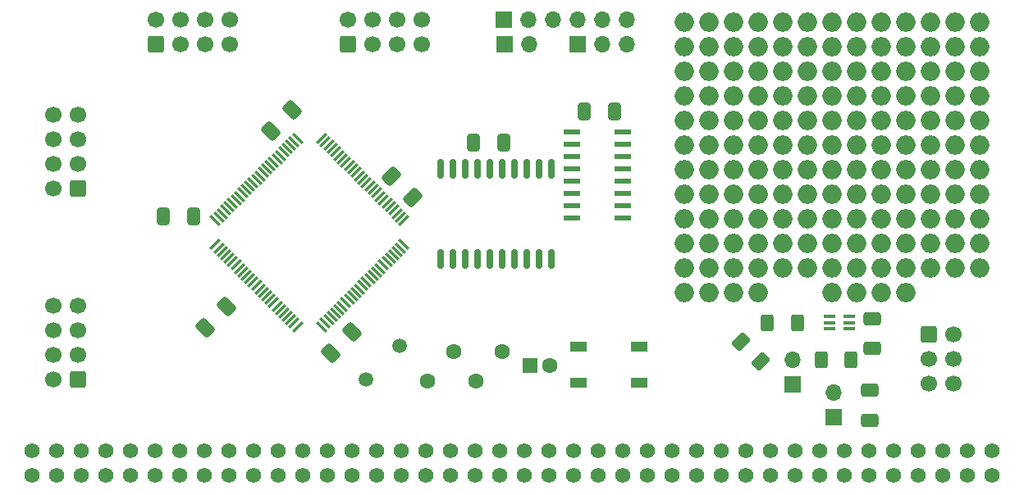
<source format=gbr>
%TF.GenerationSoftware,KiCad,Pcbnew,6.0.2+dfsg-1*%
%TF.CreationDate,2024-03-03T12:29:16-06:00*%
%TF.ProjectId,rc-duino,72632d64-7569-46e6-9f2e-6b696361645f,rev?*%
%TF.SameCoordinates,Original*%
%TF.FileFunction,Soldermask,Top*%
%TF.FilePolarity,Negative*%
%FSLAX46Y46*%
G04 Gerber Fmt 4.6, Leading zero omitted, Abs format (unit mm)*
G04 Created by KiCad (PCBNEW 6.0.2+dfsg-1) date 2024-03-03 12:29:16*
%MOMM*%
%LPD*%
G01*
G04 APERTURE LIST*
G04 Aperture macros list*
%AMRoundRect*
0 Rectangle with rounded corners*
0 $1 Rounding radius*
0 $2 $3 $4 $5 $6 $7 $8 $9 X,Y pos of 4 corners*
0 Add a 4 corners polygon primitive as box body*
4,1,4,$2,$3,$4,$5,$6,$7,$8,$9,$2,$3,0*
0 Add four circle primitives for the rounded corners*
1,1,$1+$1,$2,$3*
1,1,$1+$1,$4,$5*
1,1,$1+$1,$6,$7*
1,1,$1+$1,$8,$9*
0 Add four rect primitives between the rounded corners*
20,1,$1+$1,$2,$3,$4,$5,0*
20,1,$1+$1,$4,$5,$6,$7,0*
20,1,$1+$1,$6,$7,$8,$9,0*
20,1,$1+$1,$8,$9,$2,$3,0*%
%AMRotRect*
0 Rectangle, with rotation*
0 The origin of the aperture is its center*
0 $1 length*
0 $2 width*
0 $3 Rotation angle, in degrees counterclockwise*
0 Add horizontal line*
21,1,$1,$2,0,0,$3*%
G04 Aperture macros list end*
%ADD10R,1.700000X1.700000*%
%ADD11O,1.700000X1.700000*%
%ADD12RoundRect,0.250000X-0.600000X-0.600000X0.600000X-0.600000X0.600000X0.600000X-0.600000X0.600000X0*%
%ADD13C,1.700000*%
%ADD14RoundRect,0.250000X0.600000X-0.600000X0.600000X0.600000X-0.600000X0.600000X-0.600000X-0.600000X0*%
%ADD15RoundRect,0.150000X0.150000X-0.875000X0.150000X0.875000X-0.150000X0.875000X-0.150000X-0.875000X0*%
%ADD16RoundRect,0.250000X-0.412500X-0.650000X0.412500X-0.650000X0.412500X0.650000X-0.412500X0.650000X0*%
%ADD17RotRect,0.279400X1.435100X135.000000*%
%ADD18RotRect,0.279400X1.435100X45.000000*%
%ADD19RoundRect,0.250000X-0.167938X0.751301X-0.751301X0.167938X0.167938X-0.751301X0.751301X-0.167938X0*%
%ADD20RoundRect,0.250000X-0.650000X0.412500X-0.650000X-0.412500X0.650000X-0.412500X0.650000X0.412500X0*%
%ADD21R,1.700000X1.000000*%
%ADD22C,1.600000*%
%ADD23O,2.000000X2.000000*%
%ADD24RoundRect,0.250000X-0.751301X-0.167938X-0.167938X-0.751301X0.751301X0.167938X0.167938X0.751301X0*%
%ADD25R,1.701800X0.533400*%
%ADD26C,1.500000*%
%ADD27RoundRect,0.250000X-0.400000X-0.625000X0.400000X-0.625000X0.400000X0.625000X-0.400000X0.625000X0*%
%ADD28RoundRect,0.250000X0.400000X0.625000X-0.400000X0.625000X-0.400000X-0.625000X0.400000X-0.625000X0*%
%ADD29RoundRect,0.250000X0.707107X0.176777X0.176777X0.707107X-0.707107X-0.176777X-0.176777X-0.707107X0*%
%ADD30C,1.574800*%
%ADD31RoundRect,0.250000X0.600000X0.600000X-0.600000X0.600000X-0.600000X-0.600000X0.600000X-0.600000X0*%
%ADD32R,1.600000X1.600000*%
%ADD33RoundRect,0.250000X0.167938X-0.751301X0.751301X-0.167938X-0.167938X0.751301X-0.751301X0.167938X0*%
%ADD34RoundRect,0.250000X0.412500X0.650000X-0.412500X0.650000X-0.412500X-0.650000X0.412500X-0.650000X0*%
%ADD35R,1.168400X0.355600*%
G04 APERTURE END LIST*
D10*
%TO.C,J2*%
X108686600Y-40594006D03*
D11*
X111226600Y-40594006D03*
X113766600Y-40594006D03*
X116306600Y-40594006D03*
X118846600Y-40594006D03*
X121386600Y-40594006D03*
%TD*%
D12*
%TO.C,J8*%
X152564188Y-73106006D03*
D13*
X155104188Y-73106006D03*
X152564188Y-75646006D03*
X155104188Y-75646006D03*
X152564188Y-78186006D03*
X155104188Y-78186006D03*
%TD*%
D14*
%TO.C,J5*%
X72808188Y-43134006D03*
D13*
X72808188Y-40594006D03*
X75348188Y-43134006D03*
X75348188Y-40594006D03*
X77888188Y-43134006D03*
X77888188Y-40594006D03*
X80428188Y-43134006D03*
X80428188Y-40594006D03*
%TD*%
D15*
%TO.C,U5*%
X102158800Y-65318506D03*
X103428800Y-65318506D03*
X104698800Y-65318506D03*
X105968800Y-65318506D03*
X107238800Y-65318506D03*
X108508800Y-65318506D03*
X109778800Y-65318506D03*
X111048800Y-65318506D03*
X112318800Y-65318506D03*
X113588800Y-65318506D03*
X113588800Y-56018506D03*
X112318800Y-56018506D03*
X111048800Y-56018506D03*
X109778800Y-56018506D03*
X108508800Y-56018506D03*
X107238800Y-56018506D03*
X105968800Y-56018506D03*
X104698800Y-56018506D03*
X103428800Y-56018506D03*
X102158800Y-56018506D03*
%TD*%
D16*
%TO.C,C13*%
X105510800Y-53263800D03*
X108635800Y-53263800D03*
%TD*%
D17*
%TO.C,U2*%
X78913720Y-63796891D03*
X79267275Y-64150446D03*
X79620827Y-64503999D03*
X79974380Y-64857551D03*
X80327934Y-65211105D03*
X80681487Y-65564658D03*
X81035042Y-65918213D03*
X81388594Y-66271766D03*
X81742147Y-66625318D03*
X82095701Y-66978872D03*
X82449254Y-67332425D03*
X82802807Y-67685978D03*
X83156361Y-68039533D03*
X83509914Y-68393085D03*
X83863469Y-68746640D03*
X84217022Y-69100193D03*
X84570574Y-69453745D03*
X84924128Y-69807300D03*
X85277681Y-70160852D03*
X85631236Y-70514407D03*
X85984789Y-70867960D03*
X86338341Y-71221512D03*
X86691895Y-71575067D03*
X87045448Y-71928619D03*
X87399003Y-72282174D03*
D18*
X89896573Y-72282174D03*
X90250128Y-71928619D03*
X90603681Y-71575067D03*
X90957233Y-71221514D03*
X91310787Y-70867960D03*
X91664340Y-70514407D03*
X92017895Y-70160852D03*
X92371448Y-69807300D03*
X92725000Y-69453747D03*
X93078554Y-69100193D03*
X93432107Y-68746640D03*
X93785662Y-68393085D03*
X94139215Y-68039533D03*
X94492767Y-67685980D03*
X94846322Y-67332425D03*
X95199875Y-66978872D03*
X95553429Y-66625318D03*
X95906982Y-66271766D03*
X96260534Y-65918213D03*
X96614089Y-65564658D03*
X96967642Y-65211105D03*
X97321196Y-64857551D03*
X97674749Y-64503999D03*
X98028301Y-64150446D03*
X98381856Y-63796891D03*
D17*
X98381856Y-61299321D03*
X98028301Y-60945766D03*
X97674749Y-60592213D03*
X97321196Y-60238661D03*
X96967642Y-59885107D03*
X96614089Y-59531554D03*
X96260534Y-59177999D03*
X95906982Y-58824446D03*
X95553429Y-58470894D03*
X95199875Y-58117340D03*
X94846322Y-57763787D03*
X94492767Y-57410232D03*
X94139215Y-57056679D03*
X93785662Y-56703127D03*
X93432107Y-56349572D03*
X93078554Y-55996019D03*
X92725000Y-55642465D03*
X92371448Y-55288912D03*
X92017895Y-54935360D03*
X91664340Y-54581805D03*
X91310787Y-54228252D03*
X90957233Y-53874698D03*
X90603681Y-53521145D03*
X90250128Y-53167593D03*
X89896573Y-52814038D03*
D18*
X87399003Y-52814038D03*
X87045448Y-53167593D03*
X86691895Y-53521145D03*
X86338343Y-53874698D03*
X85984789Y-54228252D03*
X85631236Y-54581805D03*
X85277681Y-54935360D03*
X84924128Y-55288912D03*
X84570576Y-55642465D03*
X84217022Y-55996019D03*
X83863469Y-56349572D03*
X83509914Y-56703127D03*
X83156361Y-57056679D03*
X82802809Y-57410232D03*
X82449254Y-57763787D03*
X82095701Y-58117340D03*
X81742147Y-58470894D03*
X81388594Y-58824446D03*
X81035042Y-59177999D03*
X80681487Y-59531554D03*
X80327934Y-59885107D03*
X79974380Y-60238661D03*
X79620827Y-60592213D03*
X79267275Y-60945766D03*
X78913720Y-61299321D03*
%TD*%
D19*
%TO.C,C4*%
X93054642Y-72797052D03*
X90844934Y-75006760D03*
%TD*%
D20*
%TO.C,C7*%
X146405600Y-78853900D03*
X146405600Y-81978900D03*
%TD*%
D21*
%TO.C,Reset*%
X116358788Y-74313306D03*
X122658788Y-74313306D03*
X116358788Y-78113306D03*
X122658788Y-78113306D03*
%TD*%
D22*
%TO.C,C6*%
X100838000Y-77927200D03*
X105838000Y-77927200D03*
%TD*%
D16*
%TO.C,C8*%
X73559388Y-60846306D03*
X76684388Y-60846306D03*
%TD*%
D23*
%TO.C,J7*%
X129860505Y-66223810D03*
X152707933Y-50954346D03*
X142560505Y-61143810D03*
X147640505Y-40823810D03*
X132400505Y-45903810D03*
X152720498Y-58603810D03*
X140020505Y-43363810D03*
X150180505Y-66223810D03*
X145087940Y-50954346D03*
X155260498Y-56063810D03*
X134940505Y-53523810D03*
X150180505Y-40823810D03*
X127305291Y-50949047D03*
X152720498Y-66223810D03*
X127317856Y-63678511D03*
X157800498Y-63683810D03*
X137480505Y-61143810D03*
X129847940Y-50954346D03*
X127317856Y-40818511D03*
X127317856Y-53518511D03*
X152720498Y-63683810D03*
X145100505Y-48443810D03*
X137480505Y-58603810D03*
X147640505Y-48443810D03*
X140020505Y-40823810D03*
X134940505Y-40823810D03*
X132400505Y-48443810D03*
X145100505Y-66223810D03*
X145100505Y-56063810D03*
X142560505Y-58603810D03*
X129860505Y-45903810D03*
X134940505Y-66223810D03*
X157800498Y-61143810D03*
X152720498Y-53523810D03*
X147640505Y-56063810D03*
X132400505Y-40823810D03*
X157800498Y-40823810D03*
X150180505Y-45903810D03*
X152720498Y-61143810D03*
X140020505Y-45903810D03*
X140020505Y-58603810D03*
X129860505Y-63683810D03*
X145100505Y-45903810D03*
X145100505Y-40823810D03*
X142560505Y-40823810D03*
X155260498Y-45903810D03*
X145100505Y-43363810D03*
X150180505Y-53523810D03*
X137480505Y-45903810D03*
X145100505Y-61143810D03*
X147640505Y-63683810D03*
X127317856Y-58598511D03*
X145100505Y-58603810D03*
X129860505Y-61143810D03*
X147640505Y-58603810D03*
X152720498Y-45903810D03*
X127317856Y-45898511D03*
X142560505Y-43363810D03*
X152720498Y-56063810D03*
X140020505Y-56063810D03*
X140020505Y-63683810D03*
X140020505Y-53523810D03*
X155260498Y-43363810D03*
X155260498Y-61143810D03*
X137480505Y-43363810D03*
X140020505Y-48443810D03*
X157800498Y-45903810D03*
X134940505Y-43363810D03*
X147640505Y-53523810D03*
X157800498Y-43363810D03*
X132400505Y-58603810D03*
X142560505Y-63683810D03*
X132400505Y-53523810D03*
X155260498Y-48443810D03*
X132400505Y-66223810D03*
X127317856Y-48438511D03*
X137480505Y-66223810D03*
X134940505Y-63683810D03*
X127317856Y-56058511D03*
X157800498Y-56063810D03*
X157787933Y-50954346D03*
X147640505Y-45903810D03*
X142547940Y-50954346D03*
X127317856Y-43358511D03*
X137480505Y-53523810D03*
X155260498Y-66223810D03*
X145100505Y-63683810D03*
X134940505Y-48443810D03*
X147640505Y-43363810D03*
X152720498Y-43363810D03*
X129860505Y-40823810D03*
X134940505Y-58603810D03*
X142560505Y-45903810D03*
X134940505Y-56063810D03*
X132387940Y-50954346D03*
X150180505Y-58603810D03*
X155247933Y-50954346D03*
X137480505Y-56063810D03*
X132400505Y-63683810D03*
X157800498Y-58603810D03*
X134940505Y-45903810D03*
X140007940Y-50954346D03*
X147640505Y-66223810D03*
X142560505Y-66223810D03*
X142560505Y-53523810D03*
X155260498Y-53523810D03*
X129860505Y-48443810D03*
X134927940Y-50954346D03*
X137480505Y-40823810D03*
X145100505Y-53523810D03*
X127317856Y-66218511D03*
X140020505Y-66223810D03*
X129860505Y-56063810D03*
X152720498Y-48443810D03*
X129860505Y-53523810D03*
X142560505Y-56063810D03*
X150180505Y-63683810D03*
X150180505Y-43363810D03*
X150180505Y-48443810D03*
X150180505Y-61143810D03*
X157800498Y-66223810D03*
X137480505Y-48443810D03*
X157800498Y-53523810D03*
X155260498Y-40823810D03*
X129860505Y-43363810D03*
X147627940Y-50954346D03*
X155260498Y-63683810D03*
X127317856Y-61138511D03*
X129860505Y-58603810D03*
X134940505Y-61143810D03*
X132400505Y-61143810D03*
X137480505Y-63683810D03*
X132400505Y-56063810D03*
X155260498Y-58603810D03*
X150167940Y-50954346D03*
X157800498Y-48443810D03*
X140020505Y-61143810D03*
X142560505Y-48443810D03*
X150180505Y-56063810D03*
X147640505Y-61143810D03*
X132400505Y-43363810D03*
X137467940Y-50954346D03*
X152720498Y-40823810D03*
X127317856Y-68758511D03*
X132397856Y-68758511D03*
X129857856Y-68758511D03*
X134937856Y-68758511D03*
X142557856Y-68758511D03*
X150177856Y-68758511D03*
X147637856Y-68758511D03*
X145097856Y-68758511D03*
%TD*%
D24*
%TO.C,C3*%
X97042534Y-56744252D03*
X99252242Y-58953960D03*
%TD*%
D10*
%TO.C,J14*%
X138506200Y-78282800D03*
D11*
X138506200Y-75742800D03*
%TD*%
D25*
%TO.C,U3*%
X115722600Y-52134106D03*
X115722600Y-53404106D03*
X115722600Y-54674106D03*
X115722600Y-55944106D03*
X115722600Y-57214106D03*
X115722600Y-58484106D03*
X115722600Y-59754106D03*
X115722600Y-61024106D03*
X120929600Y-61024106D03*
X120929600Y-59754106D03*
X120929600Y-58484106D03*
X120929600Y-57214106D03*
X120929600Y-55944106D03*
X120929600Y-54674106D03*
X120929600Y-53404106D03*
X120929600Y-52134106D03*
%TD*%
D26*
%TO.C,Y1*%
X97917000Y-74269600D03*
X94466319Y-77720281D03*
%TD*%
D27*
%TO.C,R1*%
X141426600Y-75742800D03*
X144526600Y-75742800D03*
%TD*%
D10*
%TO.C,J3*%
X108736194Y-43134006D03*
D11*
X111276194Y-43134006D03*
%TD*%
D28*
%TO.C,R4*%
X138964000Y-71895306D03*
X135864000Y-71895306D03*
%TD*%
D20*
%TO.C,C9*%
X146685000Y-71432700D03*
X146685000Y-74557700D03*
%TD*%
D14*
%TO.C,J4*%
X92620188Y-43134006D03*
D13*
X92620188Y-40594006D03*
X95160188Y-43134006D03*
X95160188Y-40594006D03*
X97700188Y-43134006D03*
X97700188Y-40594006D03*
X100240188Y-43134006D03*
X100240188Y-40594006D03*
%TD*%
D29*
%TO.C,D1*%
X135154537Y-75857055D03*
X133174639Y-73877157D03*
%TD*%
D10*
%TO.C,J13*%
X142748000Y-81610200D03*
D11*
X142748000Y-79070200D03*
%TD*%
D30*
%TO.C,U1*%
X59996578Y-87668710D03*
X62536578Y-87668710D03*
X65076578Y-87668710D03*
X67616578Y-87668710D03*
X70156578Y-87668710D03*
X72696578Y-87668710D03*
X75236578Y-87668710D03*
X77776578Y-87668710D03*
X80316578Y-87668710D03*
X82856578Y-87668710D03*
X85396578Y-87668710D03*
X87936578Y-87668710D03*
X90476578Y-87668710D03*
X93016578Y-87668710D03*
X95556578Y-87668710D03*
X98096578Y-87668710D03*
X100636578Y-87668710D03*
X103176578Y-87668710D03*
X105716578Y-87668710D03*
X108256578Y-87668710D03*
X110796578Y-87668710D03*
X113336578Y-87668710D03*
X115876578Y-87668710D03*
X118416578Y-87668710D03*
X120956578Y-87668710D03*
X123496578Y-87668710D03*
X126036578Y-87668710D03*
X128576578Y-87668710D03*
X131116578Y-87668710D03*
X133656578Y-87668710D03*
X136196578Y-87668710D03*
X138736578Y-87668710D03*
X141276578Y-87668710D03*
X143816578Y-87668710D03*
X146356578Y-87668710D03*
X148896578Y-87668710D03*
X151436578Y-87668710D03*
X153976578Y-87668710D03*
X156516578Y-87668710D03*
X159056578Y-87668710D03*
X59996578Y-85128710D03*
X62536578Y-85128710D03*
X65076578Y-85128710D03*
X67616578Y-85128710D03*
X70156578Y-85128710D03*
X72696578Y-85128710D03*
X75236578Y-85128710D03*
X77776578Y-85128710D03*
X80316578Y-85128710D03*
X82856578Y-85128710D03*
X85396578Y-85128710D03*
X87936578Y-85128710D03*
X90476578Y-85128710D03*
X93016578Y-85128710D03*
X95556578Y-85128710D03*
X98096578Y-85128710D03*
X100636578Y-85128710D03*
X103176578Y-85128710D03*
X105716578Y-85128710D03*
X108256578Y-85128710D03*
X110796578Y-85128710D03*
X113336578Y-85128710D03*
X115876578Y-85128710D03*
X118416578Y-85128710D03*
X120956578Y-85128710D03*
X123496578Y-85128710D03*
X126036578Y-85128710D03*
X128576578Y-85128710D03*
X131116578Y-85128710D03*
X133656578Y-85128710D03*
X136196578Y-85128710D03*
X138736578Y-85128710D03*
X141276578Y-85128710D03*
X143816578Y-85128710D03*
X146356578Y-85128710D03*
X148896578Y-85128710D03*
X151436578Y-85128710D03*
X153976578Y-85128710D03*
X156516578Y-85128710D03*
X159056578Y-85128710D03*
%TD*%
D31*
%TO.C,J10*%
X64771788Y-57982221D03*
D13*
X62231788Y-57982221D03*
X64771788Y-55442221D03*
X62231788Y-55442221D03*
X64771788Y-52902221D03*
X62231788Y-52902221D03*
X64771788Y-50362221D03*
X62231788Y-50362221D03*
%TD*%
D32*
%TO.C,47uf1*%
X111421449Y-76312200D03*
D22*
X113421449Y-76312200D03*
%TD*%
D33*
%TO.C,C2*%
X84621934Y-52070560D03*
X86831642Y-49860852D03*
%TD*%
D34*
%TO.C,C11*%
X120078900Y-50076706D03*
X116953900Y-50076706D03*
%TD*%
D35*
%TO.C,U4*%
X142328900Y-71219907D03*
X142328900Y-71869906D03*
X142328900Y-72519905D03*
X144284700Y-72519905D03*
X144284700Y-71869906D03*
X144284700Y-71219907D03*
%TD*%
D19*
%TO.C,C1*%
X80073454Y-70218346D03*
X77863746Y-72428054D03*
%TD*%
D22*
%TO.C,C5*%
X103505000Y-74853800D03*
X108505000Y-74853800D03*
%TD*%
D10*
%TO.C,J1*%
X116306600Y-43134006D03*
D11*
X118846600Y-43134006D03*
X121386600Y-43134006D03*
%TD*%
D31*
%TO.C,J6*%
X64771788Y-77711906D03*
D13*
X62231788Y-77711906D03*
X64771788Y-75171906D03*
X62231788Y-75171906D03*
X64771788Y-72631906D03*
X62231788Y-72631906D03*
X64771788Y-70091906D03*
X62231788Y-70091906D03*
%TD*%
M02*

</source>
